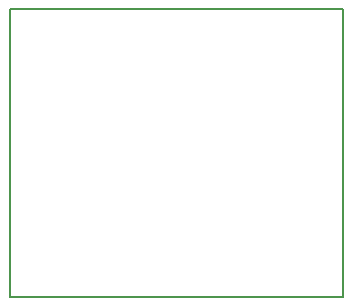
<source format=gbr>
G04*
G04 #@! TF.GenerationSoftware,Altium Limited,Altium Designer,24.2.2 (26)*
G04*
G04 Layer_Color=16711935*
%FSLAX44Y44*%
%MOMM*%
G71*
G04*
G04 #@! TF.SameCoordinates,DFB6B591-CCAE-404B-BE94-5E2210191FEB*
G04*
G04*
G04 #@! TF.FilePolarity,Positive*
G04*
G01*
G75*
%ADD11C,0.2000*%
D11*
X281940Y0D02*
Y243840D01*
X0D02*
X281940D01*
X0Y183650D02*
Y243840D01*
Y56650D02*
Y183650D01*
Y0D02*
Y56650D01*
Y0D02*
X281940D01*
M02*

</source>
